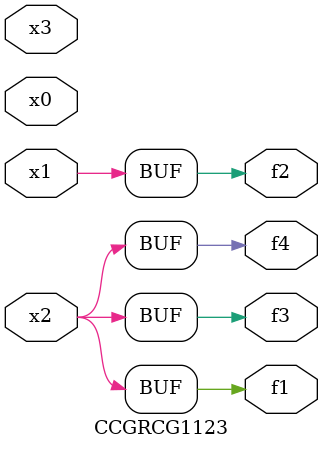
<source format=v>
module CCGRCG1123(
	input x0, x1, x2, x3,
	output f1, f2, f3, f4
);
	assign f1 = x2;
	assign f2 = x1;
	assign f3 = x2;
	assign f4 = x2;
endmodule

</source>
